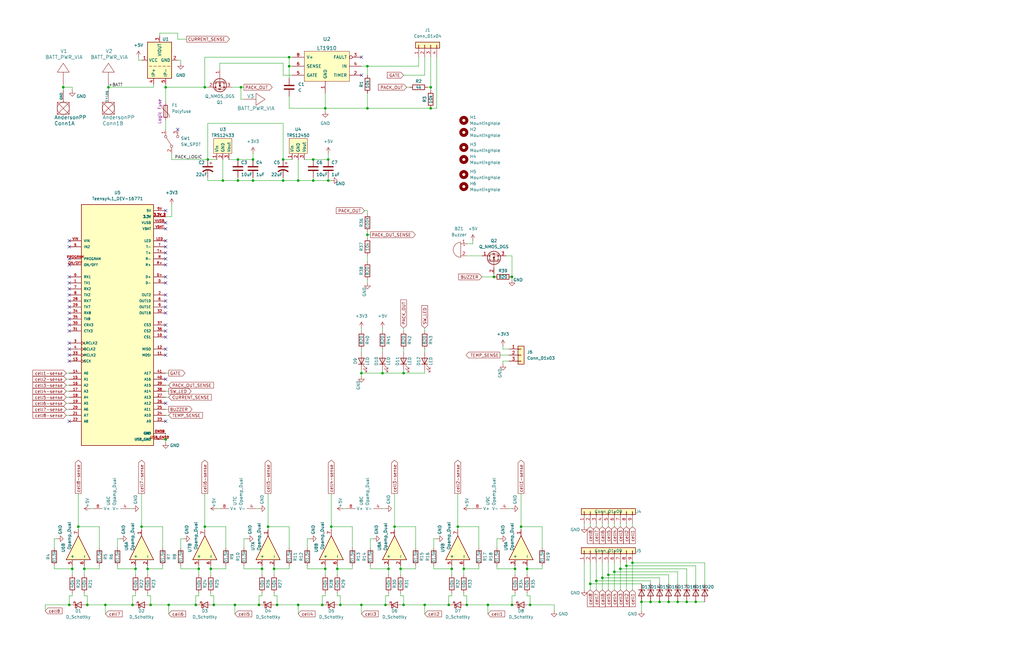
<source format=kicad_sch>
(kicad_sch (version 20211123) (generator eeschema)
  (paper "B")
  (title_block (title "Battery Management System") (rev "3") (company "Mars Rover Design Team") (comment 1 "Maxwell Ryan"))
  (junction (at 87.63 67.31))
  (junction (at 90.17 255.27))
  (junction (at 26.67 36.83))
  (junction (at 35.56 240.03))
  (junction (at 152.4 157.48))
  (junction (at 93.98 76.2))
  (junction (at 33.02 222.25))
  (junction (at 121.92 27.94))
  (junction (at 293.37 254))
  (junction (at 285.75 254))
  (junction (at 274.32 254))
  (junction (at 154.94 45.72))
  (junction (at 106.68 67.31))
  (junction (at 69.85 185.42))
  (junction (at 266.7 237.49))
  (junction (at 170.18 255.27))
  (junction (at 195.58 240.03))
  (junction (at 30.48 240.03))
  (junction (at 223.52 255.27))
  (junction (at 154.94 99.06))
  (junction (at 135.89 255.27))
  (junction (at 215.9 116.84))
  (junction (at 196.85 255.27))
  (junction (at 170.18 157.48))
  (junction (at 62.23 240.03))
  (junction (at 115.57 240.03))
  (junction (at 36.83 255.27))
  (junction (at 99.06 255.27))
  (junction (at 254 243.84))
  (junction (at 137.16 45.72))
  (junction (at 138.43 76.2))
  (junction (at 193.04 222.25))
  (junction (at 256.54 242.57))
  (junction (at 119.38 67.31))
  (junction (at 137.16 240.03))
  (junction (at 125.73 76.2))
  (junction (at 132.08 67.31))
  (junction (at 166.37 222.25))
  (junction (at 82.55 255.27))
  (junction (at 125.73 255.27))
  (junction (at 205.74 255.27))
  (junction (at 106.68 76.2))
  (junction (at 259.08 241.3))
  (junction (at 119.38 76.2))
  (junction (at 57.15 240.03))
  (junction (at 281.94 254))
  (junction (at 132.08 76.2))
  (junction (at 261.62 240.03))
  (junction (at 217.17 240.03))
  (junction (at 219.71 222.25))
  (junction (at 142.24 240.03))
  (junction (at 44.45 255.27))
  (junction (at 179.07 255.27))
  (junction (at 116.84 255.27))
  (junction (at 248.92 246.38))
  (junction (at 113.03 222.25))
  (junction (at 162.56 255.27))
  (junction (at 86.36 222.25))
  (junction (at 208.28 116.84))
  (junction (at 251.46 245.11))
  (junction (at 152.4 255.27))
  (junction (at 264.16 238.76))
  (junction (at 181.61 45.72))
  (junction (at 139.7 222.25))
  (junction (at 100.33 67.31))
  (junction (at 69.85 36.83))
  (junction (at 86.36 36.83))
  (junction (at 215.9 255.27))
  (junction (at 121.92 24.13))
  (junction (at 270.51 254))
  (junction (at 163.83 240.03))
  (junction (at 59.69 222.25))
  (junction (at 45.72 36.83))
  (junction (at 190.5 240.03))
  (junction (at 222.25 240.03))
  (junction (at 71.12 255.27))
  (junction (at 88.9 240.03))
  (junction (at 110.49 240.03))
  (junction (at 181.61 36.83))
  (junction (at 161.29 157.48))
  (junction (at 63.5 255.27))
  (junction (at 83.82 240.03))
  (junction (at 143.51 255.27))
  (junction (at 278.13 254))
  (junction (at 138.43 67.31))
  (junction (at 168.91 240.03))
  (junction (at 101.6 36.83))
  (junction (at 109.22 255.27))
  (junction (at 289.56 254))
  (junction (at 100.33 76.2))
  (junction (at 189.23 255.27))
  (junction (at 55.88 255.27))
  (junction (at 29.21 255.27))
  (junction (at 154.94 27.94))
  (no_connect (at 74.93 54.61))
  (no_connect (at 69.85 88.9))
  (no_connect (at 69.85 106.68))
  (no_connect (at 69.85 109.22))
  (no_connect (at 69.85 111.76))
  (no_connect (at 69.85 116.84))
  (no_connect (at 69.85 93.98))
  (no_connect (at 69.85 96.52))
  (no_connect (at 69.85 101.6))
  (no_connect (at 69.85 104.14))
  (no_connect (at 69.85 119.38))
  (no_connect (at 69.85 124.46))
  (no_connect (at 69.85 127))
  (no_connect (at 69.85 129.54))
  (no_connect (at 69.85 132.08))
  (no_connect (at 69.85 147.32))
  (no_connect (at 69.85 149.86))
  (no_connect (at 69.85 160.02))
  (no_connect (at 29.21 132.08))
  (no_connect (at 29.21 129.54))
  (no_connect (at 29.21 127))
  (no_connect (at 29.21 124.46))
  (no_connect (at 29.21 121.92))
  (no_connect (at 29.21 119.38))
  (no_connect (at 29.21 116.84))
  (no_connect (at 29.21 111.76))
  (no_connect (at 29.21 177.8))
  (no_connect (at 69.85 177.8))
  (no_connect (at 29.21 152.4))
  (no_connect (at 29.21 149.86))
  (no_connect (at 29.21 147.32))
  (no_connect (at 29.21 144.78))
  (no_connect (at 29.21 139.7))
  (no_connect (at 29.21 137.16))
  (no_connect (at 29.21 134.62))
  (no_connect (at 69.85 142.24))
  (no_connect (at 69.85 139.7))
  (no_connect (at 69.85 137.16))
  (no_connect (at 29.21 109.22))
  (no_connect (at 29.21 104.14))
  (no_connect (at 29.21 101.6))
  (no_connect (at 152.4 31.75))
  (no_connect (at 152.4 24.13))
  (no_connect (at 69.85 170.18))
  (wire (pts (xy 110.49 251.46) (xy 109.22 251.46)))
  (wire (pts (xy 132.08 76.2) (xy 125.73 76.2)))
  (wire (pts (xy 132.08 67.31) (xy 138.43 67.31)))
  (wire (pts (xy 256.54 242.57) (xy 281.94 242.57)))
  (wire (pts (xy 261.62 220.98) (xy 261.62 222.25)))
  (wire (pts (xy 170.18 157.48) (xy 179.07 157.48)))
  (wire (pts (xy 179.07 31.75) (xy 170.18 31.75)))
  (wire (pts (xy 209.55 240.03) (xy 217.17 240.03)))
  (wire (pts (xy 201.93 222.25) (xy 193.04 222.25)))
  (wire (pts (xy 74.93 13.97) (xy 74.93 16.51)))
  (wire (pts (xy 125.73 255.27) (xy 125.73 259.08)))
  (wire (pts (xy 251.46 245.11) (xy 251.46 248.92)))
  (wire (pts (xy 69.85 91.44) (xy 72.39 91.44)))
  (wire (pts (xy 58.42 24.13) (xy 58.42 25.4)))
  (wire (pts (xy 76.2 227.33) (xy 77.47 227.33)))
  (wire (pts (xy 30.48 251.46) (xy 29.21 251.46)))
  (wire (pts (xy 289.56 254) (xy 285.75 254)))
  (wire (pts (xy 62.23 240.03) (xy 62.23 238.76)))
  (wire (pts (xy 41.91 222.25) (xy 33.02 222.25)))
  (wire (pts (xy 113.03 208.28) (xy 113.03 222.25)))
  (wire (pts (xy 264.16 237.49) (xy 264.16 238.76)))
  (wire (pts (xy 87.63 76.2) (xy 87.63 74.93)))
  (wire (pts (xy 115.57 240.03) (xy 115.57 238.76)))
  (wire (pts (xy 54.61 214.63) (xy 55.88 214.63)))
  (wire (pts (xy 170.18 147.32) (xy 170.18 148.59)))
  (wire (pts (xy 261.62 240.03) (xy 289.56 240.03)))
  (wire (pts (xy 92.71 26.67) (xy 92.71 29.21)))
  (wire (pts (xy 195.58 242.57) (xy 195.58 240.03)))
  (wire (pts (xy 62.23 251.46) (xy 63.5 251.46)))
  (wire (pts (xy 68.58 240.03) (xy 62.23 240.03)))
  (wire (pts (xy 106.68 76.2) (xy 100.33 76.2)))
  (wire (pts (xy 223.52 251.46) (xy 223.52 255.27)))
  (wire (pts (xy 175.26 222.25) (xy 166.37 222.25)))
  (wire (pts (xy 45.72 36.83) (xy 45.72 38.1)))
  (wire (pts (xy 119.38 26.67) (xy 92.71 26.67)))
  (wire (pts (xy 152.4 138.43) (xy 152.4 139.7)))
  (wire (pts (xy 137.16 45.72) (xy 154.94 45.72)))
  (wire (pts (xy 156.21 240.03) (xy 163.83 240.03)))
  (wire (pts (xy 90.17 251.46) (xy 90.17 255.27)))
  (wire (pts (xy 102.87 240.03) (xy 110.49 240.03)))
  (wire (pts (xy 57.15 250.19) (xy 57.15 251.46)))
  (wire (pts (xy 62.23 250.19) (xy 62.23 251.46)))
  (wire (pts (xy 125.73 67.31) (xy 125.73 76.2)))
  (wire (pts (xy 119.38 31.75) (xy 119.38 26.67)))
  (wire (pts (xy 83.82 251.46) (xy 82.55 251.46)))
  (wire (pts (xy 148.59 231.14) (xy 148.59 222.25)))
  (wire (pts (xy 33.02 222.25) (xy 33.02 223.52)))
  (wire (pts (xy 26.67 36.83) (xy 26.67 38.1)))
  (wire (pts (xy 195.58 250.19) (xy 195.58 251.46)))
  (wire (pts (xy 248.92 220.98) (xy 248.92 222.25)))
  (wire (pts (xy 44.45 255.27) (xy 44.45 259.08)))
  (wire (pts (xy 125.73 76.2) (xy 119.38 76.2)))
  (wire (pts (xy 163.83 251.46) (xy 162.56 251.46)))
  (wire (pts (xy 137.16 45.72) (xy 137.16 46.99)))
  (wire (pts (xy 144.78 214.63) (xy 146.05 214.63)))
  (wire (pts (xy 93.98 76.2) (xy 87.63 76.2)))
  (wire (pts (xy 148.59 222.25) (xy 139.7 222.25)))
  (wire (pts (xy 95.25 238.76) (xy 95.25 240.03)))
  (wire (pts (xy 154.94 99.06) (xy 154.94 100.33)))
  (wire (pts (xy 69.85 35.56) (xy 69.85 36.83)))
  (wire (pts (xy 69.85 50.8) (xy 69.85 54.61)))
  (wire (pts (xy 119.38 52.07) (xy 87.63 52.07)))
  (wire (pts (xy 163.83 242.57) (xy 163.83 240.03)))
  (wire (pts (xy 152.4 156.21) (xy 152.4 157.48)))
  (wire (pts (xy 129.54 240.03) (xy 137.16 240.03)))
  (wire (pts (xy 86.36 208.28) (xy 86.36 222.25)))
  (wire (pts (xy 176.53 24.13) (xy 176.53 27.94)))
  (wire (pts (xy 69.85 162.56) (xy 71.12 162.56)))
  (wire (pts (xy 123.19 27.94) (xy 121.92 27.94)))
  (wire (pts (xy 121.92 222.25) (xy 113.03 222.25)))
  (wire (pts (xy 86.36 36.83) (xy 86.36 24.13)))
  (wire (pts (xy 162.56 251.46) (xy 162.56 255.27)))
  (wire (pts (xy 107.95 214.63) (xy 109.22 214.63)))
  (wire (pts (xy 62.23 242.57) (xy 62.23 240.03)))
  (wire (pts (xy 274.32 246.38) (xy 274.32 245.11)))
  (wire (pts (xy 293.37 254) (xy 289.56 254)))
  (wire (pts (xy 68.58 222.25) (xy 59.69 222.25)))
  (wire (pts (xy 69.85 167.64) (xy 71.12 167.64)))
  (wire (pts (xy 184.15 24.13) (xy 184.15 45.72)))
  (wire (pts (xy 251.46 220.98) (xy 251.46 222.25)))
  (wire (pts (xy 19.05 255.27) (xy 29.21 255.27)))
  (wire (pts (xy 264.16 238.76) (xy 293.37 238.76)))
  (wire (pts (xy 27.94 162.56) (xy 29.21 162.56)))
  (wire (pts (xy 196.85 251.46) (xy 196.85 255.27)))
  (wire (pts (xy 293.37 238.76) (xy 293.37 246.38)))
  (wire (pts (xy 161.29 214.63) (xy 162.56 214.63)))
  (wire (pts (xy 201.93 231.14) (xy 201.93 222.25)))
  (wire (pts (xy 175.26 240.03) (xy 168.91 240.03)))
  (wire (pts (xy 278.13 254) (xy 274.32 254)))
  (wire (pts (xy 69.85 36.83) (xy 69.85 43.18)))
  (wire (pts (xy 175.26 231.14) (xy 175.26 222.25)))
  (wire (pts (xy 109.22 255.27) (xy 99.06 255.27)))
  (wire (pts (xy 161.29 156.21) (xy 161.29 157.48)))
  (wire (pts (xy 22.86 227.33) (xy 24.13 227.33)))
  (wire (pts (xy 138.43 74.93) (xy 138.43 76.2)))
  (wire (pts (xy 219.71 208.28) (xy 219.71 222.25)))
  (wire (pts (xy 35.56 242.57) (xy 35.56 240.03)))
  (wire (pts (xy 83.82 242.57) (xy 83.82 240.03)))
  (wire (pts (xy 264.16 220.98) (xy 264.16 222.25)))
  (wire (pts (xy 248.92 246.38) (xy 270.51 246.38)))
  (wire (pts (xy 248.92 237.49) (xy 248.92 246.38)))
  (wire (pts (xy 30.48 38.1) (xy 30.48 36.83)))
  (wire (pts (xy 212.09 147.32) (xy 212.09 146.05)))
  (wire (pts (xy 217.17 240.03) (xy 217.17 238.76)))
  (wire (pts (xy 214.63 147.32) (xy 212.09 147.32)))
  (wire (pts (xy 254 243.84) (xy 278.13 243.84)))
  (wire (pts (xy 96.52 67.31) (xy 100.33 67.31)))
  (wire (pts (xy 217.17 250.19) (xy 217.17 251.46)))
  (wire (pts (xy 246.38 237.49) (xy 246.38 248.92)))
  (wire (pts (xy 256.54 220.98) (xy 256.54 222.25)))
  (wire (pts (xy 121.92 231.14) (xy 121.92 222.25)))
  (wire (pts (xy 214.63 214.63) (xy 215.9 214.63)))
  (wire (pts (xy 154.94 99.06) (xy 156.21 99.06)))
  (wire (pts (xy 74.93 16.51) (xy 78.74 16.51)))
  (wire (pts (xy 109.22 251.46) (xy 109.22 255.27)))
  (wire (pts (xy 27.94 172.72) (xy 29.21 172.72)))
  (wire (pts (xy 196.85 102.87) (xy 199.39 102.87)))
  (wire (pts (xy 110.49 242.57) (xy 110.49 240.03)))
  (wire (pts (xy 246.38 220.98) (xy 246.38 222.25)))
  (wire (pts (xy 49.53 240.03) (xy 57.15 240.03)))
  (wire (pts (xy 179.07 255.27) (xy 170.18 255.27)))
  (wire (pts (xy 100.33 74.93) (xy 100.33 76.2)))
  (wire (pts (xy 198.12 214.63) (xy 199.39 214.63)))
  (wire (pts (xy 102.87 41.91) (xy 101.6 41.91)))
  (wire (pts (xy 215.9 116.84) (xy 215.9 118.11)))
  (wire (pts (xy 22.86 238.76) (xy 22.86 240.03)))
  (wire (pts (xy 67.31 13.97) (xy 74.93 13.97)))
  (wire (pts (xy 219.71 222.25) (xy 219.71 223.52)))
  (wire (pts (xy 190.5 240.03) (xy 190.5 238.76)))
  (wire (pts (xy 100.33 76.2) (xy 93.98 76.2)))
  (wire (pts (xy 148.59 240.03) (xy 142.24 240.03)))
  (wire (pts (xy 270.51 254) (xy 270.51 257.81)))
  (wire (pts (xy 121.92 27.94) (xy 121.92 24.13)))
  (wire (pts (xy 156.21 227.33) (xy 157.48 227.33)))
  (wire (pts (xy 297.18 254) (xy 293.37 254)))
  (wire (pts (xy 168.91 240.03) (xy 168.91 238.76)))
  (wire (pts (xy 139.7 76.2) (xy 138.43 76.2)))
  (wire (pts (xy 208.28 116.84) (xy 208.28 115.57)))
  (wire (pts (xy 254 220.98) (xy 254 222.25)))
  (wire (pts (xy 161.29 157.48) (xy 170.18 157.48)))
  (wire (pts (xy 63.5 251.46) (xy 63.5 255.27)))
  (wire (pts (xy 154.94 27.94) (xy 176.53 27.94)))
  (wire (pts (xy 154.94 39.37) (xy 154.94 45.72)))
  (wire (pts (xy 27.94 157.48) (xy 29.21 157.48)))
  (wire (pts (xy 196.85 107.95) (xy 203.2 107.95)))
  (wire (pts (xy 142.24 251.46) (xy 143.51 251.46)))
  (wire (pts (xy 190.5 251.46) (xy 189.23 251.46)))
  (wire (pts (xy 161.29 138.43) (xy 161.29 139.7)))
  (wire (pts (xy 152.4 157.48) (xy 152.4 158.75)))
  (wire (pts (xy 189.23 251.46) (xy 189.23 255.27)))
  (wire (pts (xy 233.68 257.81) (xy 233.68 255.27)))
  (wire (pts (xy 88.9 250.19) (xy 88.9 251.46)))
  (wire (pts (xy 76.2 238.76) (xy 76.2 240.03)))
  (wire (pts (xy 35.56 250.19) (xy 35.56 251.46)))
  (wire (pts (xy 179.07 24.13) (xy 179.07 31.75)))
  (wire (pts (xy 266.7 237.49) (xy 266.7 248.92)))
  (wire (pts (xy 121.92 45.72) (xy 137.16 45.72)))
  (wire (pts (xy 163.83 250.19) (xy 163.83 251.46)))
  (wire (pts (xy 148.59 238.76) (xy 148.59 240.03)))
  (wire (pts (xy 30.48 36.83) (xy 26.67 36.83)))
  (wire (pts (xy 36.83 251.46) (xy 36.83 255.27)))
  (wire (pts (xy 95.25 231.14) (xy 95.25 222.25)))
  (wire (pts (xy 154.94 97.79) (xy 154.94 99.06)))
  (wire (pts (xy 87.63 67.31) (xy 91.44 67.31)))
  (wire (pts (xy 99.06 255.27) (xy 99.06 259.08)))
  (wire (pts (xy 213.36 107.95) (xy 215.9 107.95)))
  (wire (pts (xy 254 243.84) (xy 254 248.92)))
  (wire (pts (xy 129.54 227.33) (xy 130.81 227.33)))
  (wire (pts (xy 86.36 24.13) (xy 121.92 24.13)))
  (wire (pts (xy 264.16 238.76) (xy 264.16 248.92)))
  (wire (pts (xy 29.21 251.46) (xy 29.21 255.27)))
  (wire (pts (xy 201.93 240.03) (xy 195.58 240.03)))
  (wire (pts (xy 215.9 255.27) (xy 205.74 255.27)))
  (wire (pts (xy 110.49 240.03) (xy 110.49 238.76)))
  (wire (pts (xy 115.57 251.46) (xy 116.84 251.46)))
  (wire (pts (xy 199.39 102.87) (xy 199.39 101.6)))
  (wire (pts (xy 72.39 67.31) (xy 87.63 67.31)))
  (wire (pts (xy 64.77 35.56) (xy 64.77 36.83)))
  (wire (pts (xy 55.88 255.27) (xy 44.45 255.27)))
  (wire (pts (xy 182.88 227.33) (xy 184.15 227.33)))
  (wire (pts (xy 30.48 240.03) (xy 30.48 238.76)))
  (wire (pts (xy 278.13 246.38) (xy 278.13 243.84)))
  (wire (pts (xy 59.69 208.28) (xy 59.69 222.25)))
  (wire (pts (xy 22.86 240.03) (xy 30.48 240.03)))
  (wire (pts (xy 228.6 240.03) (xy 222.25 240.03)))
  (wire (pts (xy 27.94 167.64) (xy 29.21 167.64)))
  (wire (pts (xy 35.56 251.46) (xy 36.83 251.46)))
  (wire (pts (xy 101.6 36.83) (xy 102.87 36.83)))
  (wire (pts (xy 116.84 251.46) (xy 116.84 255.27)))
  (wire (pts (xy 106.68 64.77) (xy 106.68 67.31)))
  (wire (pts (xy 285.75 254) (xy 281.94 254)))
  (wire (pts (xy 259.08 237.49) (xy 259.08 241.3)))
  (wire (pts (xy 132.08 74.93) (xy 132.08 76.2)))
  (wire (pts (xy 59.69 222.25) (xy 59.69 223.52)))
  (wire (pts (xy 179.07 156.21) (xy 179.07 157.48)))
  (wire (pts (xy 170.18 251.46) (xy 170.18 255.27)))
  (wire (pts (xy 72.39 86.36) (xy 72.39 91.44)))
  (wire (pts (xy 209.55 238.76) (xy 209.55 240.03)))
  (wire (pts (xy 69.85 172.72) (xy 71.12 172.72)))
  (wire (pts (xy 181.61 36.83) (xy 180.34 36.83)))
  (wire (pts (xy 142.24 242.57) (xy 142.24 240.03)))
  (wire (pts (xy 76.2 25.4) (xy 74.93 25.4)))
  (wire (pts (xy 193.04 208.28) (xy 193.04 222.25)))
  (wire (pts (xy 251.46 237.49) (xy 251.46 245.11)))
  (wire (pts (xy 106.68 76.2) (xy 119.38 76.2)))
  (wire (pts (xy 33.02 208.28) (xy 33.02 222.25)))
  (wire (pts (xy 119.38 67.31) (xy 123.19 67.31)))
  (wire (pts (xy 87.63 36.83) (xy 86.36 36.83)))
  (wire (pts (xy 41.91 238.76) (xy 41.91 240.03)))
  (wire (pts (xy 69.85 165.1) (xy 71.12 165.1)))
  (wire (pts (xy 212.09 152.4) (xy 214.63 152.4)))
  (wire (pts (xy 142.24 250.19) (xy 142.24 251.46)))
  (wire (pts (xy 69.85 185.42) (xy 69.85 186.69)))
  (wire (pts (xy 156.21 238.76) (xy 156.21 240.03)))
  (wire (pts (xy 76.2 26.67) (xy 76.2 25.4)))
  (wire (pts (xy 163.83 240.03) (xy 163.83 238.76)))
  (wire (pts (xy 205.74 255.27) (xy 196.85 255.27)))
  (wire (pts (xy 137.16 250.19) (xy 137.16 251.46)))
  (wire (pts (xy 181.61 24.13) (xy 181.61 36.83)))
  (wire (pts (xy 195.58 240.03) (xy 195.58 238.76)))
  (wire (pts (xy 181.61 36.83) (xy 181.61 38.1)))
  (wire (pts (xy 49.53 238.76) (xy 49.53 240.03)))
  (wire (pts (xy 102.87 227.33) (xy 104.14 227.33)))
  (wire (pts (xy 115.57 242.57) (xy 115.57 240.03)))
  (wire (pts (xy 88.9 240.03) (xy 88.9 238.76)))
  (wire (pts (xy 35.56 240.03) (xy 35.56 238.76)))
  (wire (pts (xy 248.92 246.38) (xy 248.92 248.92)))
  (wire (pts (xy 228.6 231.14) (xy 228.6 222.25)))
  (wire (pts (xy 152.4 255.27) (xy 152.4 259.08)))
  (wire (pts (xy 82.55 251.46) (xy 82.55 255.27)))
  (wire (pts (xy 71.12 255.27) (xy 71.12 259.08)))
  (wire (pts (xy 153.67 88.9) (xy 154.94 88.9)))
  (wire (pts (xy 91.44 214.63) (xy 92.71 214.63)))
  (wire (pts (xy 45.72 35.56) (xy 45.72 36.83)))
  (wire (pts (xy 179.07 147.32) (xy 179.07 148.59)))
  (wire (pts (xy 100.33 67.31) (xy 106.68 67.31)))
  (wire (pts (xy 175.26 238.76) (xy 175.26 240.03)))
  (wire (pts (xy 99.06 255.27) (xy 90.17 255.27)))
  (wire (pts (xy 88.9 251.46) (xy 90.17 251.46)))
  (wire (pts (xy 154.94 118.11) (xy 154.94 119.38)))
  (wire (pts (xy 168.91 250.19) (xy 168.91 251.46)))
  (wire (pts (xy 41.91 240.03) (xy 35.56 240.03)))
  (wire (pts (xy 228.6 238.76) (xy 228.6 240.03)))
  (wire (pts (xy 184.15 45.72) (xy 181.61 45.72)))
  (wire (pts (xy 190.5 250.19) (xy 190.5 251.46)))
  (wire (pts (xy 68.58 238.76) (xy 68.58 240.03)))
  (wire (pts (xy 68.58 231.14) (xy 68.58 222.25)))
  (wire (pts (xy 154.94 88.9) (xy 154.94 90.17)))
  (wire (pts (xy 115.57 250.19) (xy 115.57 251.46)))
  (wire (pts (xy 121.92 27.94) (xy 121.92 33.02)))
  (wire (pts (xy 44.45 255.27) (xy 36.83 255.27)))
  (wire (pts (xy 193.04 222.25) (xy 193.04 223.52)))
  (wire (pts (xy 143.51 251.46) (xy 143.51 255.27)))
  (wire (pts (xy 161.29 147.32) (xy 161.29 148.59)))
  (wire (pts (xy 83.82 250.19) (xy 83.82 251.46)))
  (wire (pts (xy 45.72 36.83) (xy 64.77 36.83)))
  (wire (pts (xy 69.85 182.88) (xy 69.85 185.42)))
  (wire (pts (xy 212.09 153.67) (xy 212.09 152.4)))
  (wire (pts (xy 71.12 255.27) (xy 63.5 255.27)))
  (wire (pts (xy 168.91 251.46) (xy 170.18 251.46)))
  (wire (pts (xy 254 237.49) (xy 254 243.84)))
  (wire (pts (xy 190.5 242.57) (xy 190.5 240.03)))
  (wire (pts (xy 201.93 238.76) (xy 201.93 240.03)))
  (wire (pts (xy 152.4 255.27) (xy 143.51 255.27)))
  (wire (pts (xy 228.6 222.25) (xy 219.71 222.25)))
  (wire (pts (xy 266.7 220.98) (xy 266.7 222.25)))
  (wire (pts (xy 87.63 52.07) (xy 87.63 67.31)))
  (wire (pts (xy 121.92 24.13) (xy 123.19 24.13)))
  (wire (pts (xy 27.94 160.02) (xy 29.21 160.02)))
  (wire (pts (xy 166.37 222.25) (xy 166.37 223.52)))
  (wire (pts (xy 101.6 36.83) (xy 101.6 41.91)))
  (wire (pts (xy 170.18 138.43) (xy 170.18 139.7)))
  (wire (pts (xy 217.17 251.46) (xy 215.9 251.46)))
  (wire (pts (xy 41.91 231.14) (xy 41.91 222.25)))
  (wire (pts (xy 139.7 208.28) (xy 139.7 222.25)))
  (wire (pts (xy 259.08 241.3) (xy 285.75 241.3)))
  (wire (pts (xy 182.88 240.03) (xy 190.5 240.03)))
  (wire (pts (xy 137.16 251.46) (xy 135.89 251.46)))
  (wire (pts (xy 152.4 147.32) (xy 152.4 148.59)))
  (wire (pts (xy 203.2 116.84) (xy 208.28 116.84)))
  (wire (pts (xy 88.9 242.57) (xy 88.9 240.03)))
  (wire (pts (xy 154.94 107.95) (xy 154.94 110.49)))
  (wire (pts (xy 26.67 35.56) (xy 26.67 36.83)))
  (wire (pts (xy 19.05 257.81) (xy 19.05 255.27)))
  (wire (pts (xy 106.68 74.93) (xy 106.68 76.2)))
  (wire (pts (xy 137.16 39.37) (xy 137.16 45.72)))
  (wire (pts (xy 261.62 237.49) (xy 261.62 240.03)))
  (wire (pts (xy 195.58 251.46) (xy 196.85 251.46)))
  (wire (pts (xy 209.55 231.14) (xy 209.55 227.33)))
  (wire (pts (xy 179.07 138.43) (xy 179.07 139.7)))
  (wire (pts (xy 135.89 255.27) (xy 125.73 255.27)))
  (wire (pts (xy 119.38 67.31) (xy 119.38 52.07)))
  (wire (pts (xy 102.87 238.76) (xy 102.87 240.03)))
  (wire (pts (xy 86.36 222.25) (xy 86.36 223.52)))
  (wire (pts (xy 256.54 242.57) (xy 256.54 248.92)))
  (wire (pts (xy 162.56 255.27) (xy 152.4 255.27)))
  (wire (pts (xy 135.89 251.46) (xy 135.89 255.27)))
  (wire (pts (xy 170.18 156.21) (xy 170.18 157.48)))
  (wire (pts (xy 189.23 255.27) (xy 179.07 255.27)))
  (wire (pts (xy 38.1 214.63) (xy 39.37 214.63)))
  (wire (pts (xy 113.03 222.25) (xy 113.03 223.52)))
  (wire (pts (xy 59.69 25.4) (xy 58.42 25.4)))
  (wire (pts (xy 152.4 157.48) (xy 161.29 157.48)))
  (wire (pts (xy 297.18 237.49) (xy 297.18 246.38)))
  (wire (pts (xy 27.94 170.18) (xy 29.21 170.18)))
  (wire (pts (xy 259.08 241.3) (xy 259.08 248.92)))
  (wire (pts (xy 285.75 241.3) (xy 285.75 246.38)))
  (wire (pts (xy 67.31 15.24) (xy 67.31 13.97)))
  (wire (pts (xy 215.9 251.46) (xy 215.9 255.27)))
  (wire (pts (xy 156.21 231.14) (xy 156.21 227.33)))
  (wire (pts (xy 154.94 27.94) (xy 154.94 31.75)))
  (wire (pts (xy 281.94 254) (xy 278.13 254)))
  (wire (pts (xy 215.9 107.95) (xy 215.9 116.84)))
  (wire (pts (xy 217.17 242.57) (xy 217.17 240.03)))
  (wire (pts (xy 82.55 255.27) (xy 71.12 255.27)))
  (wire (pts (xy 110.49 250.19) (xy 110.49 251.46)))
  (wire (pts (xy 93.98 67.31) (xy 93.98 76.2)))
  (wire (pts (xy 138.43 64.77) (xy 138.43 67.31)))
  (wire (pts (xy 57.15 240.03) (xy 57.15 238.76)))
  (wire (pts (xy 256.54 237.49) (xy 256.54 242.57)))
  (wire (pts (xy 179.07 255.27) (xy 179.07 259.08)))
  (wire (pts (xy 154.94 45.72) (xy 181.61 45.72)))
  (wire (pts (xy 57.15 251.46) (xy 55.88 251.46)))
  (wire (pts (xy 209.55 227.33) (xy 210.82 227.33)))
  (wire (pts (xy 69.85 157.48) (xy 71.12 157.48)))
  (wire (pts (xy 76.2 240.03) (xy 83.82 240.03)))
  (wire (pts (xy 261.62 240.03) (xy 261.62 248.92)))
  (wire (pts (xy 95.25 222.25) (xy 86.36 222.25)))
  (wire (pts (xy 139.7 222.25) (xy 139.7 223.52)))
  (wire (pts (xy 27.94 165.1) (xy 29.21 165.1)))
  (wire (pts (xy 30.48 242.57) (xy 30.48 240.03)))
  (wire (pts (xy 129.54 231.14) (xy 129.54 227.33)))
  (wire (pts (xy 222.25 250.19) (xy 222.25 251.46)))
  (wire (pts (xy 121.92 240.03) (xy 115.57 240.03)))
  (wire (pts (xy 102.87 231.14) (xy 102.87 227.33)))
  (wire (pts (xy 72.39 64.77) (xy 72.39 67.31)))
  (wire (pts (xy 137.16 240.03) (xy 137.16 238.76)))
  (wire (pts (xy 171.45 36.83) (xy 172.72 36.83)))
  (wire (pts (xy 121.92 40.64) (xy 121.92 45.72)))
  (wire (pts (xy 27.94 175.26) (xy 29.21 175.26)))
  (wire (pts (xy 138.43 76.2) (xy 132.08 76.2)))
  (wire (pts (xy 128.27 67.31) (xy 132.08 67.31)))
  (wire (pts (xy 222.25 251.46) (xy 223.52 251.46)))
  (wire (pts (xy 152.4 27.94) (xy 154.94 27.94)))
  (wire (pts (xy 182.88 231.14) (xy 182.88 227.33)))
  (wire (pts (xy 137.16 242.57) (xy 137.16 240.03)))
  (wire (pts (xy 210.82 149.86) (xy 214.63 149.86)))
  (wire (pts (xy 270.51 254) (xy 274.32 254)))
  (wire (pts (xy 251.46 245.11) (xy 274.32 245.11)))
  (wire (pts (xy 233.68 255.27) (xy 223.52 255.27)))
  (wire (pts (xy 281.94 242.57) (xy 281.94 246.38)))
  (wire (pts (xy 168.91 242.57) (xy 168.91 240.03)))
  (wire (pts (xy 121.92 238.76) (xy 121.92 240.03)))
  (wire (pts (xy 49.53 231.14) (xy 49.53 227.33)))
  (wire (pts (xy 182.88 238.76) (xy 182.88 240.03)))
  (wire (pts (xy 289.56 240.03) (xy 289.56 246.38)))
  (wire (pts (xy 125.73 255.27) (xy 116.84 255.27)))
  (wire (pts (xy 205.74 255.27) (xy 205.74 259.08)))
  (wire (pts (xy 123.19 31.75) (xy 119.38 31.75)))
  (wire (pts (xy 76.2 231.14) (xy 76.2 227.33)))
  (wire (pts (xy 83.82 240.03) (xy 83.82 238.76)))
  (wire (pts (xy 49.53 227.33) (xy 50.8 227.33)))
  (wire (pts (xy 142.24 240.03) (xy 142.24 238.76)))
  (wire (pts (xy 222.25 242.57) (xy 222.25 240.03)))
  (wire (pts (xy 129.54 238.76) (xy 129.54 240.03)))
  (wire (pts (xy 119.38 76.2) (xy 119.38 74.93)))
  (wire (pts (xy 55.88 251.46) (xy 55.88 255.27)))
  (wire (pts (xy 259.08 220.98) (xy 259.08 222.25)))
  (wire (pts (xy 22.86 231.14) (xy 22.86 227.33)))
  (wire (pts (xy 69.85 175.26) (xy 71.12 175.26)))
  (wire (pts (xy 166.37 208.28) (xy 166.37 222.25)))
  (wire (pts (xy 222.25 240.03) (xy 222.25 238.76)))
  (wire (pts (xy 266.7 237.49) (xy 297.18 237.49)))
  (wire (pts (xy 97.79 36.83) (xy 101.6 36.83)))
  (wire (pts (xy 95.25 240.03) (xy 88.9 240.03)))
  (wire (pts (xy 30.48 250.19) (xy 30.48 251.46)))
  (wire (pts (xy 57.15 242.57) (xy 57.15 240.03)))
  (wire (pts (xy 69.85 36.83) (xy 86.36 36.83)))
  (label "PACK_LOGIC" (at 73.66 67.31 0))
  (label "+BATT" (at 45.72 36.83 0))
  (global_label "cell1" (shape input) (at 266.7 248.92 270) (property "Intersheet References" "${INTERSHEET_REFS}" (effects hide)))
  (global_label "cell2-sense" (shape input) (at 27.94 160.02 180) (property "Intersheet References" "${INTERSHEET_REFS}" (effects hide)))
  (global_label "SW_LED" (shape output) (at 71.12 165.1 0) (property "Intersheet References" "${INTERSHEET_REFS}" (effects hide)))
  (global_label "cell7-sense" (shape input) (at 27.94 172.72 180) (property "Intersheet References" "${INTERSHEET_REFS}" (effects hide)))
  (global_label "cell3" (shape input) (at 261.62 248.92 270) (property "Intersheet References" "${INTERSHEET_REFS}" (effects hide)))
  (global_label "cell3-sense" (shape input) (at 27.94 162.56 180) (property "Intersheet References" "${INTERSHEET_REFS}" (effects hide)))
  (global_label "cell4" (shape input) (at 259.08 222.25 270) (property "Intersheet References" "${INTERSHEET_REFS}" (effects hide)))
  (global_label "cell8" (shape input) (at 248.92 248.92 270) (property "Intersheet References" "${INTERSHEET_REFS}" (effects hide)))
  (global_label "PACK_OUT" (shape output) (at 102.87 36.83 0) (property "Intersheet References" "${INTERSHEET_REFS}" (effects hide)))
  (global_label "cell4" (shape input) (at 125.73 259.08 0) (property "Intersheet References" "${INTERSHEET_REFS}" (effects hide)))
  (global_label "cell2" (shape input) (at 264.16 248.92 270) (property "Intersheet References" "${INTERSHEET_REFS}" (effects hide)))
  (global_label "cell7" (shape input) (at 251.46 248.92 270) (property "Intersheet References" "${INTERSHEET_REFS}" (effects hide)))
  (global_label "cell1-sense" (shape input) (at 27.94 157.48 180) (property "Intersheet References" "${INTERSHEET_REFS}" (effects hide)))
  (global_label "cell6-sense" (shape input) (at 27.94 170.18 180) (property "Intersheet References" "${INTERSHEET_REFS}" (effects hide)))
  (global_label "cell5" (shape input) (at 256.54 248.92 270) (property "Intersheet References" "${INTERSHEET_REFS}" (effects hide)))
  (global_label "cell3" (shape input) (at 152.4 259.08 0) (property "Intersheet References" "${INTERSHEET_REFS}" (effects hide)))
  (global_label "cell5" (shape input) (at 256.54 222.25 270) (property "Intersheet References" "${INTERSHEET_REFS}" (effects hide)))
  (global_label "TEMP_SENSE" (shape output) (at 210.82 149.86 180) (property "Intersheet References" "${INTERSHEET_REFS}" (effects hide)))
  (global_label "cell5" (shape input) (at 99.06 259.08 0) (property "Intersheet References" "${INTERSHEET_REFS}" (effects hide)))
  (global_label "cell5-sense" (shape input) (at 27.94 167.64 180) (property "Intersheet References" "${INTERSHEET_REFS}" (effects hide)))
  (global_label "PACK_OUT" (shape input) (at 153.67 88.9 180) (property "Intersheet References" "${INTERSHEET_REFS}" (effects hide)))
  (global_label "call6" (shape input) (at 254 222.25 270) (property "Intersheet References" "${INTERSHEET_REFS}" (effects hide)))
  (global_label "cell6-sense" (shape output) (at 86.36 208.28 90) (property "Intersheet References" "${INTERSHEET_REFS}" (effects hide)))
  (global_label "GATE" (shape output) (at 71.12 157.48 0) (property "Intersheet References" "${INTERSHEET_REFS}" (effects hide)))
  (global_label "cell7" (shape input) (at 44.45 259.08 0) (property "Intersheet References" "${INTERSHEET_REFS}" (effects hide)))
  (global_label "cell8" (shape input) (at 19.05 257.81 0) (property "Intersheet References" "${INTERSHEET_REFS}" (effects hide)))
  (global_label "cell8-sense" (shape input) (at 27.94 175.26 180) (property "Intersheet References" "${INTERSHEET_REFS}" (effects hide)))
  (global_label "TEMP_SENSE" (shape input) (at 71.12 175.26 0) (property "Intersheet References" "${INTERSHEET_REFS}" (effects hide)))
  (global_label "cell1" (shape input) (at 205.74 259.08 0) (property "Intersheet References" "${INTERSHEET_REFS}" (effects hide)))
  (global_label "CURRENT_SENSE" (shape input) (at 71.12 167.64 0) (property "Intersheet References" "${INTERSHEET_REFS}" (effects hide)))
  (global_label "cell7-sense" (shape output) (at 59.69 208.28 90) (property "Intersheet References" "${INTERSHEET_REFS}" (effects hide)))
  (global_label "BUZZER" (shape output) (at 71.12 172.72 0) (property "Intersheet References" "${INTERSHEET_REFS}" (effects hide)))
  (global_label "cell2-sense" (shape output) (at 193.04 208.28 90) (property "Intersheet References" "${INTERSHEET_REFS}" (effects hide)))
  (global_label "cell4" (shape input) (at 259.08 248.92 270) (property "Intersheet References" "${INTERSHEET_REFS}" (effects hide)))
  (global_label "cell2" (shape input) (at 179.07 259.08 0) (property "Intersheet References" "${INTERSHEET_REFS}" (effects hide)))
  (global_label "PACK_OUT_SENSE" (shape input) (at 71.12 162.56 0) (property "Intersheet References" "${INTERSHEET_REFS}" (effects hide)))
  (global_label "cell3" (shape input) (at 261.62 222.25 270) (property "Intersheet References" "${INTERSHEET_REFS}" (effects hide)))
  (global_label "BUZZER" (shape input) (at 203.2 116.84 180) (property "Intersheet References" "${INTERSHEET_REFS}" (effects hide)))
  (global_label "call6" (shape input) (at 254 248.92 270) (property "Intersheet References" "${INTERSHEET_REFS}" (effects hide)))
  (global_label "GATE" (shape input) (at 170.18 31.75 180) (property "Intersheet References" "${INTERSHEET_REFS}" (effects hide)))
  (global_label "cell4-sense" (shape input) (at 27.94 165.1 180) (property "Intersheet References" "${INTERSHEET_REFS}" (effects hide)))
  (global_label "call6" (shape input) (at 71.12 259.08 0) (property "Intersheet References" "${INTERSHEET_REFS}" (effects hide)))
  (global_label "CURRENT_SENSE" (shape output) (at 78.74 16.51 0) (property "Intersheet References" "${INTERSHEET_REFS}" (effects hide)))
  (global_label "cell5-sense" (shape output) (at 113.03 208.28 90) (property "Intersheet References" "${INTERSHEET_REFS}" (effects hide)))
  (global_label "cell8-sense" (shape output) (at 33.02 208.28 90) (property "Intersheet References" "${INTERSHEET_REFS}" (effects hide)))
  (global_label "cell4-sense" (shape output) (at 139.7 208.28 90) (property "Intersheet References" "${INTERSHEET_REFS}" (effects hide)))
  (global_label "PACK_OUT" (shape input) (at 171.45 36.83 180) (property "Intersheet References" "${INTERSHEET_REFS}" (effects hide)))
  (global_label "cell1-sense" (shape output) (at 219.71 208.28 90) (property "Intersheet References" "${INTERSHEET_REFS}" (effects hide)))
  (global_label "cell8" (shape input) (at 248.92 222.25 270) (property "Intersheet References" "${INTERSHEET_REFS}" (effects hide)))
  (global_label "SW_LED" (shape input) (at 179.07 138.43 90) (property "Intersheet References" "${INTERSHEET_REFS}" (effects hide)))
  (global_label "cell2" (shape input) (at 264.16 222.25 270) (property "Intersheet References" "${INTERSHEET_REFS}" (effects hide)))
  (global_label "PACK_OUT" (shape input) (at 170.18 138.43 90) (property "Intersheet References" "${INTERSHEET_REFS}" (effects hide)))
  (global_label "PACK_OUT_SENSE" (shape output) (at 156.21 99.06 0) (property "Intersheet References" "${INTERSHEET_REFS}" (effects hide)))
  (global_label "cell7" (shape input) (at 251.46 222.25 270) (property "Intersheet References" "${INTERSHEET_REFS}" (effects hide)))
  (global_label "cell1" (shape input) (at 266.7 222.25 270) (property "Intersheet References" "${INTERSHEET_REFS}" (effects hide)))
  (global_label "cell3-sense" (shape output) (at 166.37 208.28 90) (property "Intersheet References" "${INTERSHEET_REFS}" (effects hide)))
  (symbol (lib_id "Mechanical:MountingHole") (at 195.58 73.66 0) (unit 1)
    (property "Reference" "H5" (at 198.12 72.3899 0) (effects (justify left)))
    (property "Value" "MountingHole" (at 198.12 74.9299 0) (effects (justify left)))
    (property "Footprint" "MRDT_Drill_Holes:4_40_Hole" (effects hide))
  )
  (symbol (lib_id "Connector_Generic:Conn_01x09") (at 256.54 215.9 90) (unit 1)
    (property "Reference" "J4" (at 269.24 215.9 90))
    (property "Value" "Conn_01x09" (at 256.54 215.9 90))
    (property "Footprint" "MRDT_Connectors:MOLEX_SL_09_Vertical" (effects hide))
  )
  (symbol (lib_id "power:GND") (at 184.15 227.33 90) (mirror x) (unit 1)
    (property "Reference" "#PWR027" (effects hide))
    (property "Value" "GND" (at 185.42 223.52 0))
  )
  (symbol (lib_id "MRDT_Shields:Teensy4.1_DEV-16771") (at 49.53 137.16 0) (unit 1)
    (property "Reference" "U5" (at 49.53 81.28 0))
    (property "Value" "Teensy4.1_DEV-16771" (at 49.53 83.82 0))
    (property "Footprint" "MRDT_Shields:MODULE_DEV-16771" (effects hide))
    (property "STANDARD" "Manufacturer recommendations" (effects hide))
    (property "MAXIMUM_PACKAGE_HEIGHT" "4.07mm" (effects hide))
    (property "MANUFACTURER" "SparkFun Electronics" (effects hide))
    (property "PARTREV" "4.1" (effects hide))
  )
  (symbol (lib_id "Device:D_Schottky") (at 59.69 255.27 0) (unit 1)
    (property "Reference" "D2" (at 59.69 257.81 0))
    (property "Value" "D_Schottky" (at 59.69 260.35 0))
    (property "Footprint" "Diode_SMD:D_0603_1608Metric_Pad1.05x0.95mm_HandSolder" (effects hide))
  )
  (symbol (lib_id "Device:R") (at 148.59 234.95 180) (unit 1)
    (property "Reference" "R13" (at 151.13 234.95 90))
    (property "Value" "31.5k" (at 148.59 234.95 90))
    (property "Footprint" "Resistor_SMD:R_0603_1608Metric_Pad0.98x0.95mm_HandSolder" (effects hide))
  )
  (symbol (lib_id "Device:R") (at 168.91 246.38 180) (unit 1)
    (property "Reference" "R31" (at 171.45 246.38 90))
    (property "Value" "40k" (at 168.91 246.38 90))
    (property "Footprint" "Resistor_SMD:R_0603_1608Metric_Pad0.98x0.95mm_HandSolder" (effects hide))
  )
  (symbol (lib_id "Switch:SW_SPDT") (at 72.39 59.69 90) (unit 1)
    (property "Reference" "SW1" (at 76.2 58.4199 90) (effects (justify right)))
    (property "Value" "SW_SPDT" (at 76.2 60.9599 90) (effects (justify right)))
    (property "Footprint" "MRDT_Connectors:MOLEX_SL_03_Horizontal" (effects hide))
  )
  (symbol (lib_id "power:+3.3V") (at 152.4 138.43 0) (unit 1)
    (property "Reference" "#PWR036" (effects hide))
    (property "Value" "+3.3V" (at 152.4 133.35 0))
  )
  (symbol (lib_id "power:+5V") (at 58.42 24.13 0) (mirror y) (unit 1)
    (property "Reference" "#PWR01" (effects hide))
    (property "Value" "+5V" (at 58.42 19.05 0))
  )
  (symbol (lib_id "power:GND") (at 246.38 248.92 0) (unit 1)
    (property "Reference" "#PWR029" (effects hide))
    (property "Value" "GND" (at 242.57 250.19 0))
  )
  (symbol (lib_id "Device:D_Schottky") (at 86.36 255.27 0) (unit 1)
    (property "Reference" "D3" (at 86.36 257.81 0))
    (property "Value" "D_Schottky" (at 86.36 260.35 0))
    (property "Footprint" "Diode_SMD:D_0603_1608Metric_Pad1.05x0.95mm_HandSolder" (effects hide))
  )
  (symbol (lib_id "Device:R") (at 137.16 246.38 180) (unit 1)
    (property "Reference" "R28" (at 139.7 246.38 90))
    (property "Value" "40k" (at 137.16 246.38 90))
    (property "Footprint" "Resistor_SMD:R_0603_1608Metric_Pad0.98x0.95mm_HandSolder" (effects hide))
  )
  (symbol (lib_id "power:GND") (at 50.8 227.33 90) (mirror x) (unit 1)
    (property "Reference" "#PWR022" (effects hide))
    (property "Value" "GND" (at 52.07 223.52 0))
  )
  (symbol (lib_id "power:+5V") (at 91.44 214.63 90) (unit 1)
    (property "Reference" "#PWR014" (effects hide))
    (property "Value" "+5V" (at 90.17 212.09 0))
  )
  (symbol (lib_id "Device:Opamp_Dual") (at 166.37 231.14 90) (unit 1)
    (property "Reference" "U8" (at 160.02 232.41 0) (effects (justify left)))
    (property "Value" "Opamp_Dual" (at 162.56 232.41 0) (effects (justify left)))
    (property "Footprint" "Package_SO:SO-8_3.9x4.9mm_P1.27mm" (effects hide))
  )
  (symbol (lib_id "power:+5V") (at 38.1 214.63 90) (unit 1)
    (property "Reference" "#PWR012" (effects hide))
    (property "Value" "+5V" (at 36.83 212.09 0))
  )
  (symbol (lib_id "Device:R") (at 179.07 143.51 0) (mirror x) (unit 1)
    (property "Reference" "R43" (at 181.61 143.51 90))
    (property "Value" "820" (at 179.07 143.51 90))
    (property "Footprint" "Resistor_SMD:R_0603_1608Metric_Pad0.98x0.95mm_HandSolder" (effects hide))
  )
  (symbol (lib_id "MRDT_Drill_Holes:BATT_PWR_VIA") (at 107.95 41.91 270) (unit 1)
    (property "Reference" "V3" (at 104.14 40.64 90) (effects (font (size 1.524 1.524)) (justify left)))
    (property "Value" "BATT_PWR_VIA" (at 107.95 45.72 90) (effects (font (size 1.524 1.524))))
    (property "Footprint" "MRDT_Drill_Holes:BATT_PWR_VIA" (effects hide))
  )
  (symbol (lib_id "Device:R") (at 175.26 234.95 180) (unit 1)
    (property "Reference" "R15" (at 177.8 234.95 90))
    (property "Value" "31.5k" (at 175.26 234.95 90))
    (property "Footprint" "Resistor_SMD:R_0603_1608Metric_Pad0.98x0.95mm_HandSolder" (effects hide))
  )
  (symbol (lib_id "power:GND") (at 212.09 153.67 0) (mirror y) (unit 1)
    (property "Reference" "#PWR039" (effects hide))
    (property "Value" "GND" (at 210.82 157.48 90))
  )
  (symbol (lib_id "Device:C") (at 132.08 71.12 0) (unit 1)
    (property "Reference" "C6" (at 133.35 68.58 0) (effects (justify left)))
    (property "Value" "10uF" (at 133.35 73.66 0) (effects (justify left)))
    (property "Footprint" "Capacitor_SMD:C_0603_1608Metric_Pad1.08x0.95mm_HandSolder" (effects hide))
  )
  (symbol (lib_id "power:+3.3V") (at 72.39 86.36 0) (unit 1)
    (property "Reference" "#PWR09" (effects hide))
    (property "Value" "+3.3V" (at 72.39 81.28 0))
  )
  (symbol (lib_id "Mechanical:MountingHole") (at 195.58 55.88 0) (unit 1)
    (property "Reference" "H2" (at 198.12 54.6099 0) (effects (justify left)))
    (property "Value" "MountingHole" (at 198.12 57.1499 0) (effects (justify left)))
    (property "Footprint" "MRDT_Drill_Holes:4_40_Hole_Corner" (effects hide))
  )
  (symbol (lib_id "Device:R") (at 110.49 246.38 180) (unit 1)
    (property "Reference" "R26" (at 113.03 246.38 90))
    (property "Value" "40k" (at 110.49 246.38 90))
    (property "Footprint" "Resistor_SMD:R_0603_1608Metric_Pad0.98x0.95mm_HandSolder" (effects hide))
  )
  (symbol (lib_id "Device:R") (at 228.6 234.95 180) (unit 1)
    (property "Reference" "R19" (at 231.14 234.95 90))
    (property "Value" "31.5k" (at 228.6 234.95 90))
    (property "Footprint" "Resistor_SMD:R_0603_1608Metric_Pad0.98x0.95mm_HandSolder" (effects hide))
  )
  (symbol (lib_id "Device:R") (at 176.53 36.83 90) (unit 1)
    (property "Reference" "R2" (at 176.53 34.29 90))
    (property "Value" "4k" (at 176.53 36.83 90))
    (property "Footprint" "Resistor_SMD:R_0603_1608Metric_Pad0.98x0.95mm_HandSolder" (effects hide))
  )
  (symbol (lib_id "Device:R") (at 62.23 246.38 180) (unit 1)
    (property "Reference" "R23" (at 64.77 246.38 90))
    (property "Value" "40k" (at 62.23 246.38 90))
    (property "Footprint" "Resistor_SMD:R_0603_1608Metric_Pad0.98x0.95mm_HandSolder" (effects hide))
  )
  (symbol (lib_id "Device:Opamp_Dual") (at 33.02 231.14 90) (unit 2)
    (property "Reference" "U6" (at 26.67 231.14 0))
    (property "Value" "Opamp_Dual" (at 29.21 226.06 0))
    (property "Footprint" "Package_SO:SO-8_3.9x4.9mm_P1.27mm" (effects hide))
  )
  (symbol (lib_id "Sensor_Current:ACS758xCB-200B-PFF") (at 67.31 25.4 90) (unit 1)
    (property "Reference" "U1" (at 69.85 16.51 90))
    (property "Value" "ACS758xCB-200B-PFF" (effects hide))
    (property "Footprint" "Sensor_Current:Allegro_CB_PFF" (effects hide))
    (property "Datasheet" "http://www.allegromicro.com/~/media/Files/Datasheets/ACS758-Datasheet.ashx?la=en" (effects hide))
  )
  (symbol (lib_id "power:GND") (at 152.4 158.75 0) (mirror y) (unit 1)
    (property "Reference" "#PWR040" (effects hide))
    (property "Value" "GND" (at 151.13 162.56 90))
  )
  (symbol (lib_id "Device:D_Schottky") (at 219.71 255.27 0) (unit 1)
    (property "Reference" "D8" (at 219.71 257.81 0))
    (property "Value" "D_Schottky" (at 219.71 260.35 0))
    (property "Footprint" "Diode_SMD:D_0603_1608Metric_Pad1.05x0.95mm_HandSolder" (effects hide))
  )
  (symbol (lib_id "Device:R") (at 22.86 234.95 0) (mirror x) (unit 1)
    (property "Reference" "R4" (at 20.32 234.95 90))
    (property "Value" "31.5k" (at 22.86 234.95 90))
    (property "Footprint" "Resistor_SMD:R_0603_1608Metric_Pad0.98x0.95mm_HandSolder" (effects hide))
  )
  (symbol (lib_id "MRDT_Drill_Holes:BATT_PWR_VIA") (at 45.72 30.48 0) (unit 1)
    (property "Reference" "V2" (at 44.45 21.59 0) (effects (font (size 1.524 1.524)) (justify left)))
    (property "Value" "BATT_PWR_VIA" (at 38.1 24.13 0) (effects (font (size 1.524 1.524)) (justify left)))
    (property "Footprint" "MRDT_Drill_Holes:BATT_PWR_VIA" (effects hide))
  )
  (symbol (lib_id "Device:C_Polarized_US") (at 87.63 71.12 0) (mirror y) (unit 1)
    (property "Reference" "C2" (at 86.36 68.58 0) (effects (justify left)))
    (property "Value" "22uF" (at 82.55 73.66 0) (effects (justify right)))
    (property "Footprint" "Capacitor_THT:CP_Radial_D5.0mm_P2.50mm" (effects hide))
  )
  (symbol (lib_id "Device:Opamp_Dual") (at 207.01 212.09 90) (unit 3)
    (property "Reference" "U9" (at 205.7399 213.36 0) (effects (justify left)))
    (property "Value" "Opamp_Dual" (at 208.2799 213.36 0) (effects (justify left)))
    (property "Footprint" "Package_SO:SO-8_3.9x4.9mm_P1.27mm" (effects hide))
  )
  (symbol (lib_id "Device:D_Zener") (at 293.37 250.19 270) (unit 1)
    (property "Reference" "D19" (at 293.37 247.65 90) (effects (justify left)))
    (property "Value" "D_Zener" (effects hide))
    (property "Footprint" "Diode_SMD:D_0603_1608Metric_Pad1.05x0.95mm_HandSolder" (effects hide))
  )
  (symbol (lib_id "Device:R") (at 161.29 143.51 0) (mirror x) (unit 1)
    (property "Reference" "R41" (at 163.83 143.51 90))
    (property "Value" "820" (at 161.29 143.51 90))
    (property "Footprint" "Resistor_SMD:R_0603_1608Metric_Pad0.98x0.95mm_HandSolder" (effects hide))
  )
  (symbol (lib_id "Device:Opamp_Dual") (at 100.33 212.09 90) (unit 3)
    (property "Reference" "U7" (at 99.0599 213.36 0) (effects (justify left)))
    (property "Value" "Opamp_Dual" (at 101.5999 213.36 0) (effects (justify left)))
    (property "Footprint" "Package_SO:SO-8_3.9x4.9mm_P1.27mm" (effects hide))
  )
  (symbol (lib_id "power:GND") (at 162.56 214.63 90) (mirror x) (unit 1)
    (property "Reference" "#PWR017" (effects hide))
    (property "Value" "GND" (at 163.83 210.82 0))
  )
  (symbol (lib_id "power:GND") (at 55.88 214.63 90) (mirror x) (unit 1)
    (property "Reference" "#PWR013" (effects hide))
    (property "Value" "GND" (at 57.15 210.82 0))
  )
  (symbol (lib_id "Device:R") (at 68.58 234.95 180) (unit 1)
    (property "Reference" "R7" (at 71.12 234.95 90))
    (property "Value" "31.5k" (at 68.58 234.95 90))
    (property "Footprint" "Resistor_SMD:R_0603_1608Metric_Pad0.98x0.95mm_HandSolder" (effects hide))
  )
  (symbol (lib_id "Device:R") (at 217.17 246.38 180) (unit 1)
    (property "Reference" "R34" (at 219.71 246.38 90))
    (property "Value" "40k" (at 217.17 246.38 90))
    (property "Footprint" "Resistor_SMD:R_0603_1608Metric_Pad0.98x0.95mm_HandSolder" (effects hide))
  )
  (symbol (lib_id "Device:C") (at 106.68 71.12 0) (unit 1)
    (property "Reference" "C4" (at 107.95 68.58 0) (effects (justify left)))
    (property "Value" "1uF" (at 107.95 73.66 0) (effects (justify left)))
    (property "Footprint" "Capacitor_SMD:C_0603_1608Metric_Pad1.08x0.95mm_HandSolder" (effects hide))
  )
  (symbol (lib_id "power:GND") (at 104.14 227.33 90) (mirror x) (unit 1)
    (property "Reference" "#PWR024" (effects hide))
    (property "Value" "GND" (at 105.41 223.52 0))
  )
  (symbol (lib_id "Device:R") (at 41.91 234.95 180) (unit 1)
    (property "Reference" "R5" (at 44.45 234.95 90))
    (property "Value" "31.5k" (at 41.91 234.95 90))
    (property "Footprint" "Resistor_SMD:R_0603_1608Metric_Pad0.98x0.95mm_HandSolder" (effects hide))
  )
  (symbol (lib_id "Device:R") (at 129.54 234.95 0) (mirror x) (unit 1)
    (property "Reference" "R12" (at 127 234.95 90))
    (property "Value" "31.5k" (at 129.54 234.95 90))
    (property "Footprint" "Resistor_SMD:R_0603_1608Metric_Pad0.98x0.95mm_HandSolder" (effects hide))
  )
  (symbol (lib_id "power:+5V") (at 161.29 138.43 0) (unit 1)
    (property "Reference" "#PWR037" (effects hide))
    (property "Value" "+5V" (at 161.29 133.35 0))
  )
  (symbol (lib_id "Device:D_Schottky") (at 166.37 255.27 0) (unit 1)
    (property "Reference" "D6" (at 166.37 257.81 0))
    (property "Value" "D_Schottky" (at 166.37 260.35 0))
    (property "Footprint" "Diode_SMD:D_0603_1608Metric_Pad1.05x0.95mm_HandSolder" (effects hide))
  )
  (symbol (lib_id "Device:R") (at 49.53 234.95 0) (mirror x) (unit 1)
    (property "Reference" "R6" (at 46.99 234.95 90))
    (property "Value" "31.5k" (at 49.53 234.95 90))
    (property "Footprint" "Resistor_SMD:R_0603_1608Metric_Pad0.98x0.95mm_HandSolder" (effects hide))
  )
  (symbol (lib_id "power:+3.3V") (at 212.09 146.05 0) (unit 1)
    (property "Reference" "#PWR038" (effects hide))
    (property "Value" "+3.3V" (at 212.09 140.97 0))
  )
  (symbol (lib_id "Device:R") (at 95.25 234.95 180) (unit 1)
    (property "Reference" "R9" (at 97.79 234.95 90))
    (property "Value" "31.5k" (at 95.25 234.95 90))
    (property "Footprint" "Resistor_SMD:R_0603_1608Metric_Pad0.98x0.95mm_HandSolder" (effects hide))
  )
  (symbol (lib_id "MRDT_Connectors:AndersonPP") (at 29.21 48.26 90) (unit 1)
    (property "Reference" "Conn1" (at 22.86 52.07 90) (effects (font (size 1.524 1.524)) (justify right)))
    (property "Value" "AndersonPP" (at 22.86 49.53 90) (effects (font (size 1.524 1.524)) (justify right)))
    (property "Footprint" "MRDT_Connectors:Square_Anderson_2_V_Side_By_Side_PV" (effects hide))
  )
  (symbol (lib_id "Device:C") (at 100.33 71.12 0) (unit 1)
    (property "Reference" "C3" (at 101.6 68.58 0) (effects (justify left)))
    (property "Value" "10uF" (at 101.6 73.66 0) (effects (justify left)))
    (property "Footprint" "Capacitor_SMD:C_0603_1608Metric_Pad1.08x0.95mm_HandSolder" (effects hide))
  )
  (symbol (lib_id "Device:D_Zener") (at 281.94 250.19 270) (unit 1)
    (property "Reference" "D16" (at 281.94 247.65 90) (effects (justify left)))
    (property "Value" "D_Zener" (effects hide))
    (property "Footprint" "Diode_SMD:D_0603_1608Metric_Pad1.05x0.95mm_HandSolder" (effects hide))
  )
  (symbol (lib_id "Device:LED") (at 152.4 152.4 90) (unit 1)
    (property "Reference" "D9" (at 149.86 152.4 0))
    (property "Value" "LED" (at 154.94 152.4 0))
    (property "Footprint" "LED_SMD:LED_0603_1608Metric_Pad1.05x0.95mm_HandSolder" (effects hide))
  )
  (symbol (lib_id "Device:D_Zener") (at 278.13 250.19 270) (unit 1)
    (property "Reference" "D15" (at 278.13 247.65 90) (effects (justify left)))
    (property "Value" "D_Zener" (effects hide))
    (property "Footprint" "Diode_SMD:D_0603_1608Metric_Pad1.05x0.95mm_HandSolder" (effects hide))
  )
  (symbol (lib_id "Device:R") (at 76.2 234.95 0) (mirror x) (unit 1)
    (property "Reference" "R8" (at 73.66 234.95 90))
    (property "Value" "31.5k" (at 76.2 234.95 90))
    (property "Footprint" "Resistor_SMD:R_0603_1608Metric_Pad0.98x0.95mm_HandSolder" (effects hide))
  )
  (symbol (lib_id "Device:Polyfuse") (at 69.85 46.99 0) (unit 1)
    (property "Reference" "F1" (at 72.39 44.4499 0) (effects (justify left)))
    (property "Value" "Polyfuse" (at 72.39 46.9899 0) (effects (justify left)))
    (property "Footprint" "Fuse:Fuse_2920_7451Metric_Pad2.10x5.45mm_HandSolder" (effects hide))
    (property "Description" "Logic Fuse" (at 67.31 46.99 90))
  )
  (symbol (lib_id "Device:Opamp_Dual") (at 113.03 231.14 90) (unit 1)
    (property "Reference" "U7" (at 106.68 232.41 0) (effects (justify left)))
    (property "Value" "Opamp_Dual" (at 109.22 232.41 0) (effects (justify left)))
    (property "Footprint" "Package_SO:SO-8_3.9x4.9mm_P1.27mm" (effects hide))
  )
  (symbol (lib_id "Device:D_Schottky") (at 139.7 255.27 0) (unit 1)
    (property "Reference" "D5" (at 139.7 257.81 0))
    (property "Value" "D_Schottky" (at 139.7 260.35 0))
    (property "Footprint" "Diode_SMD:D_0603_1608Metric_Pad1.05x0.95mm_HandSolder" (effects hide))
  )
  (symbol (lib_id "Device:R") (at 222.25 246.38 180) (unit 1)
    (property "Reference" "R35" (at 224.79 246.38 90))
    (property "Value" "40k" (at 222.25 246.38 90))
    (property "Footprint" "Resistor_SMD:R_0603_1608Metric_Pad0.98x0.95mm_HandSolder" (effects hide))
  )
  (symbol (lib_id "Device:R") (at 102.87 234.95 0) (mirror x) (unit 1)
    (property "Reference" "R10" (at 100.33 234.95 90))
    (property "Value" "31.5k" (at 102.87 234.95 90))
    (property "Footprint" "Resistor_SMD:R_0603_1608Metric_Pad0.98x0.95mm_HandSolder" (effects hide))
  )
  (symbol (lib_id "Device:R") (at 88.9 246.38 180) (unit 1)
    (property "Reference" "R25" (at 91.44 246.38 90))
    (property "Value" "40k" (at 88.9 246.38 90))
    (property "Footprint" "Resistor_SMD:R_0603_1608Metric_Pad0.98x0.95mm_HandSolder" (effects hide))
  )
  (symbol (lib_id "Device:R") (at 190.5 246.38 180) (unit 1)
    (property "Reference" "R32" (at 193.04 246.38 90))
    (property "Value" "40k" (at 190.5 246.38 90))
    (property "Footprint" "Resistor_SMD:R_0603_1608Metric_Pad0.98x0.95mm_HandSolder" (effects hide))
  )
  (symbol (lib_id "MRDT_ICs:LT1910") (at 147.32 34.29 0) (mirror y) (unit 1)
    (property "Reference" "U2" (at 137.795 16.51 0) (effects (font (size 1.524 1.524))))
    (property "Value" "LT1910" (at 137.795 20.32 0) (effects (font (size 1.524 1.524))))
    (property "Footprint" "Package_SO:SO-8_3.9x4.9mm_P1.27mm" (effects hide))
  )
  (symbol (lib_id "Device:C") (at 138.43 71.12 0) (unit 1)
    (property "Reference" "C7" (at 139.7 68.58 0) (effects (justify left)))
    (property "Value" "1uF" (at 139.7 73.66 0) (effects (justify left)))
    (property "Footprint" "Capacitor_SMD:C_0603_1608Metric_Pad1.08x0.95mm_HandSolder" (effects hide))
  )
  (symbol (lib_id "Device:R") (at 30.48 246.38 180) (unit 1)
    (property "Reference" "R20" (at 33.02 246.38 90))
    (property "Value" "40k" (at 30.48 246.38 90))
    (property "Footprint" "Resistor_SMD:R_0603_1608Metric_Pad0.98x0.95mm_HandSolder" (effects hide))
  )
  (symbol (lib_id "Device:D_Zener") (at 274.32 250.19 270) (unit 1)
    (property "Reference" "D14" (at 274.32 247.65 90) (effects (justify left)))
    (property "Value" "D_Zener" (effects hide))
    (property "Footprint" "Diode_SMD:D_0603_1608Metric_Pad1.05x0.95mm_HandSolder" (effects hide))
  )
  (symbol (lib_id "Device:R") (at 154.94 114.3 0) (mirror y) (unit 1)
    (property "Reference" "R38" (at 152.4 114.3 90))
    (property "Value" "820" (at 154.94 114.3 90))
    (property "Footprint" "Resistor_SMD:R_0603_1608Metric_Pad0.98x0.95mm_HandSolder" (effects hide))
  )
  (symbol (lib_id "Device:LED") (at 170.18 152.4 90) (unit 1)
    (property "Reference" "D11" (at 167.64 152.4 0))
    (property "Value" "LED" (at 172.72 152.4 0))
    (property "Footprint" "LED_SMD:LED_0603_1608Metric_Pad1.05x0.95mm_HandSolder" (effects hide))
  )
  (symbol (lib_id "Device:D_Schottky") (at 33.02 255.27 0) (unit 1)
    (property "Reference" "D1" (at 33.02 257.81 0))
    (property "Value" "D_Schottky" (at 33.02 260.35 0))
    (property "Footprint" "Diode_SMD:D_0603_1608Metric_Pad1.05x0.95mm_HandSolder" (effects hide))
  )
  (symbol (lib_id "Device:Q_NMOS_GDS") (at 92.71 34.29 90) (mirror x) (unit 1)
    (property "Reference" "Q1" (at 92.71 43.18 90))
    (property "Value" "Q_NMOS_DGS" (at 92.71 40.64 90))
    (property "Footprint" "MRDT_Actives:IRLS3034_TO-263-7_P" (effects hide))
  )
  (symbol (lib_id "power:+5V") (at 199.39 101.6 0) (unit 1)
    (property "Reference" "#PWR033" (effects hide))
    (property "Value" "+5V" (at 199.39 96.52 0))
  )
  (symbol (lib_id "Device:C_Polarized_US") (at 119.38 71.12 0) (mirror y) (unit 1)
    (property "Reference" "C5" (at 118.11 68.58 0) (effects (justify left)))
    (property "Value" "22uF" (at 114.3 73.66 0) (effects (justify right)))
    (property "Footprint" "Capacitor_THT:CP_Radial_D5.0mm_P2.50mm" (effects hide))
  )
  (symbol (lib_id "Device:Opamp_Dual") (at 219.71 231.14 90) (unit 1)
    (property "Reference" "U9" (at 213.36 232.41 0) (effects (justify left)))
    (property "Value" "Opamp_Dual" (at 215.9 232.41 0) (effects (justify left)))
    (property "Footprint" "Package_SO:SO-8_3.9x4.9mm_P1.27mm" (effects hide))
  )
  (symbol (lib_id "Device:Opamp_Dual") (at 59.69 231.14 90) (unit 1)
    (property "Reference" "U6" (at 53.34 232.41 0) (effects (justify left)))
    (property "Value" "Opamp_Dual" (at 55.88 232.41 0) (effects (justify left)))
    (property "Footprint" "Package_SO:SO-8_3.9x4.9mm_P1.27mm" (effects hide))
  )
  (symbol (lib_id "Mechanical:MountingHole") (at 195.58 78.74 0) (unit 1)
    (property "Reference" "H6" (at 198.12 77.4699 0) (effects (justify left)))
    (property "Value" "MountingHole" (at 198.12 80.0099 0) (effects (justify left)))
    (property "Footprint" "MRDT_Drill_Holes:4_40_Hole" (effects hide))
  )
  (symbol (lib_id "Device:Opamp_Dual") (at 139.7 231.14 90) (unit 2)
    (property "Reference" "U8" (at 133.35 231.14 0))
    (property "Value" "Opamp_Dual" (at 135.89 226.06 0))
    (property "Footprint" "Package_SO:SO-8_3.9x4.9mm_P1.27mm" (effects hide))
  )
  (symbol (lib_id "Mechanical:MountingHole") (at 195.58 67.31 0) (unit 1)
    (property "Reference" "H4" (at 198.12 66.0399 0) (effects (justify left)))
    (property "Value" "MountingHole" (at 198.12 68.5799 0) (effects (justify left)))
    (property "Footprint" "MRDT_Drill_Holes:4_40_Hole_Corner" (effects hide))
  )
  (symbol (lib_id "power:GND") (at 76.2 26.67 0) (mirror y) (unit 1)
    (property "Reference" "#PWR02" (effects hide))
    (property "Value" "GND" (at 76.2 31.75 0))
  )
  (symbol (lib_id "power:GND") (at 139.7 76.2 90) (mirror x) (unit 1)
    (property "Reference" "#PWR07" (effects hide))
    (property "Value" "GND" (at 143.51 77.47 90))
  )
  (symbol (lib_id "Device:R") (at 156.21 234.95 0) (mirror x) (unit 1)
    (property "Reference" "R14" (at 153.67 234.95 90))
    (property "Value" "31.5k" (at 156.21 234.95 90))
    (property "Footprint" "Resistor_SMD:R_0603_1608Metric_Pad0.98x0.95mm_HandSolder" (effects hide))
  )
  (symbol (lib_id "Device:R") (at 83.82 246.38 180) (unit 1)
    (property "Reference" "R24" (at 86.36 246.38 90))
    (property "Value" "40k" (at 83.82 246.38 90))
    (property "Footprint" "Resistor_SMD:R_0603_1608Metric_Pad0.98x0.95mm_HandSolder" (effects hide))
  )
  (symbol (lib_id "power:GND") (at 215.9 118.11 0) (mirror y) (unit 1)
    (property "Reference" "#PWR034" (effects hide))
    (property "Value" "GND" (at 218.44 118.11 0))
  )
  (symbol (lib_id "power:GND") (at 210.82 227.33 90) (mirror x) (unit 1)
    (property "Reference" "#PWR028" (effects hide))
    (property "Value" "GND" (at 212.09 223.52 0))
  )
  (symbol (lib_id "MRDT_Connectors:AndersonPP") (at 48.26 48.26 90) (unit 2)
    (property "Reference" "Conn1" (at 43.18 52.07 90) (effects (font (size 1.524 1.524)) (justify right)))
    (property "Value" "AndersonPP" (at 43.18 49.53 90) (effects (font (size 1.524 1.524)) (justify right)))
    (property "Footprint" "MRDT_Connectors:Square_Anderson_2_V_Side_By_Side_PV" (effects hide))
  )
  (symbol (lib_id "power:GND") (at 77.47 227.33 90) (mirror x) (unit 1)
    (property "Reference" "#PWR023" (effects hide))
    (property "Value" "GND" (at 78.74 223.52 0))
  )
  (symbol (lib_id "power:GND") (at 130.81 227.33 90) (mirror x) (unit 1)
    (property "Reference" "#PWR025" (effects hide))
    (property "Value" "GND" (at 132.08 223.52 0))
  )
  (symbol (lib_id "Device:R") (at 154.94 93.98 0) (mirror y) (unit 1)
    (property "Reference" "R36" (at 152.4 93.98 90))
    (property "Value" "100K" (at 154.94 93.98 90))
    (property "Footprint" "Resistor_SMD:R_0603_1608Metric_Pad0.98x0.95mm_HandSolder" (effects hide))
  )
  (symbol (lib_id "power:+5V") (at 144.78 214.63 90) (unit 1)
    (property "Reference" "#PWR016" (effects hide))
    (property "Value" "+5V" (at 143.51 212.09 0))
  )
  (symbol (lib_id "Device:C") (at 121.92 36.83 0) (unit 1)
    (property "Reference" "C1" (at 125.73 35.5599 0) (effects (justify left)))
    (property "Value" "C" (at 125.73 38.0999 0) (effects (justify left)))
    (property "Footprint" "Capacitor_SMD:C_0603_1608Metric_Pad1.08x0.95mm_HandSolder" (effects hide))
  )
  (symbol (lib_id "power:GND") (at 233.68 257.81 0) (mirror y) (unit 1)
    (property "Reference" "#PWR031" (effects hide))
    (property "Value" "GND" (at 237.49 259.08 0))
  )
  (symbol (lib_id "power:GND") (at 246.38 222.25 0) (unit 1)
    (property "Reference" "#PWR020" (effects hide))
    (property "Value" "GND" (at 242.57 223.52 0))
  )
  (symbol (lib_id "Device:D_Zener") (at 270.51 250.19 270) (unit 1)
    (property "Reference" "D13" (at 270.51 247.65 90) (effects (justify left)))
    (property "Value" "D_Zener" (effects hide))
    (property "Footprint" "Diode_SMD:D_0603_1608Metric_Pad1.05x0.95mm_HandSolder" (effects hide))
  )
  (symbol (lib_id "Device:R") (at 142.24 246.38 180) (unit 1)
    (property "Reference" "R29" (at 144.78 246.38 90))
    (property "Value" "40k" (at 142.24 246.38 90))
    (property "Footprint" "Resistor_SMD:R_0603_1608Metric_Pad0.98x0.95mm_HandSolder" (effects hide))
  )
  (symbol (lib_id "Device:R") (at 152.4 143.51 0) (mirror x) (unit 1)
    (property "Reference" "R40" (at 154.94 143.51 90))
    (property "Value" "820" (at 152.4 143.51 90))
    (property "Footprint" "Resistor_SMD:R_0603_1608Metric_Pad0.98x0.95mm_HandSolder" (effects hide))
  )
  (symbol (lib_id "power:+3.3V") (at 106.68 64.77 0) (unit 1)
    (property "Reference" "#PWR05" (effects hide))
    (property "Value" "+3.3V" (at 106.68 59.69 0))
  )
  (symbol (lib_id "power:GND") (at 157.48 227.33 90) (mirror x) (unit 1)
    (property "Reference" "#PWR026" (effects hide))
    (property "Value" "GND" (at 158.75 223.52 0))
  )
  (symbol (lib_id "Device:R") (at 57.15 246.38 180) (unit 1)
    (property "Reference" "R22" (at 59.69 246.38 90))
    (property "Value" "40k" (at 57.15 246.38 90))
    (property "Footprint" "Resistor_SMD:R_0603_1608Metric_Pad0.98x0.95mm_HandSolder" (effects hide))
  )
  (symbol (lib_id "Device:R") (at 154.94 35.56 0) (unit 1)
    (property "Reference" "R1" (at 152.4 35.56 90))
    (property "Value" "10k" (at 154.94 35.56 90))
    (property "Footprint" "Resistor_SMD:R_0603_1608Metric_Pad0.98x0.95mm_HandSolder" (effects hide))
  )
  (symbol (lib_id "power:GND") (at 215.9 214.63 90) (mirror x) (unit 1)
    (property "Reference" "#PWR019" (effects hide))
    (property "Value" "GND" (at 217.17 210.82 0))
  )
  (symbol (lib_id "Device:R") (at 212.09 116.84 270) (mirror x) (unit 1)
    (property "Reference" "R39" (at 212.09 114.3 90))
    (property "Value" "820" (at 212.09 116.84 90))
    (property "Footprint" "Resistor_SMD:R_0603_1608Metric_Pad0.98x0.95mm_HandSolder" (effects hide))
  )
  (symbol (lib_id "Mechanical:MountingHole") (at 195.58 50.8 0) (unit 1)
    (property "Reference" "H1" (at 198.12 49.5299 0) (effects (justify left)))
    (property "Value" "MountingHole" (at 198.12 52.0699 0) (effects (justify left)))
    (property "Footprint" "MRDT_Drill_Holes:4_40_Hole_Corner" (effects hide))
  )
  (symbol (lib_id "Device:D_Schottky") (at 113.03 255.27 0) (unit 1)
    (property "Reference" "D4" (at 113.03 257.81 0))
    (property "Value" "D_Schottky" (at 113.03 260.35 0))
    (property "Footprint" "Diode_SMD:D_0603_1608Metric_Pad1.05x0.95mm_HandSolder" (effects hide))
  )
  (symbol (lib_id "MRDT_Drill_Holes:BATT_PWR_VIA") (at 26.67 30.48 0) (unit 1)
    (property "Reference" "V1" (at 25.4 21.59 0) (effects (font (size 1.524 1.524)) (justify left)))
    (property "Value" "BATT_PWR_VIA" (at 19.05 24.13 0) (effects (font (size 1.524 1.524)) (justify left)))
    (property "Footprint" "MRDT_Drill_Holes:BATT_PWR_VIA" (effects hide))
  )
  (symbol (lib_id "Device:D_Zener") (at 297.18 250.19 270) (unit 1)
    (property "Reference" "D20" (at 297.18 247.65 90) (effects (justify left)))
    (property "Value" "D_Zener" (effects hide))
    (property "Footprint" "Diode_SMD:D_0603_1608Metric_Pad1.05x0.95mm_HandSolder" (effects hide))
  )
  (symbol (lib_id "Device:R") (at 154.94 104.14 0) (mirror y) (unit 1)
    (property "Reference" "R37" (at 152.4 104.14 90))
    (property "Value" "10k" (at 154.94 104.14 90))
    (property "Footprint" "Resistor_SMD:R_0603_1608Metric_Pad0.98x0.95mm_HandSolder" (effects hide))
  )
  (symbol (lib_id "Mechanical:MountingHole") (at 195.58 62.23 0) (unit 1)
    (property "Reference" "H3" (at 198.12 60.9599 0) (effects (justify left)))
    (property "Value" "MountingHole" (at 198.12 63.4999 0) (effects (justify left)))
    (property "Footprint" "MRDT_Drill_Holes:4_40_Hole_Corner" (effects hide))
  )
  (symbol (lib_id "Device:R") (at 35.56 246.38 180) (unit 1)
    (property "Reference" "R21" (at 38.1 246.38 90))
    (property "Value" "40k" (at 35.56 246.38 90))
    (property "Footprint" "Resistor_SMD:R_0603_1608Metric_Pad0.98x0.95mm_HandSolder" (effects hide))
  )
  (symbol (lib_id "Device:Opamp_Dual") (at 193.04 231.14 90) (unit 2)
    (property "Reference" "U9" (at 186.69 231.14 0))
    (property "Value" "Opamp_Dual" (at 189.23 226.06 0))
    (property "Footprint" "Package_SO:SO-8_3.9x4.9mm_P1.27mm" (effects hide))
  )
  (symbol (lib_id "Connector_Generic:Conn_01x09") (at 256.54 232.41 90) (unit 1)
    (property "Reference" "J5" (at 269.24 232.41 90))
    (property "Value" "Conn_01x09" (at 256.54 232.41 90))
    (property "Footprint" "MRDT_Connectors:MOLEX_SL_09_Vertical" (effects hide))
  )
  (symbol (lib_id "Device:R") (at 170.18 143.51 0) (mirror x) (unit 1)
    (property "Reference" "R42" (at 172.72 143.51 90))
    (property "Value" "820" (at 170.18 143.51 90))
    (property "Footprint" "Resistor_SMD:R_0603_1608Metric_Pad0.98x0.95mm_HandSolder" (effects hide))
  )
  (symbol (lib_id "Device:LED") (at 161.29 152.4 90) (unit 1)
    (property "Reference" "D10" (at 158.75 152.4 0))
    (property "Value" "LED" (at 163.83 152.4 0))
    (property "Footprint" "LED_SMD:LED_0603_1608Metric_Pad1.05x0.95mm_HandSolder" (effects hide))
  )
  (symbol (lib_id "Device:Opamp_Dual") (at 46.99 212.09 90) (unit 3)
    (property "Reference" "U6" (at 45.7199 213.36 0) (effects (justify left)))
    (property "Value" "Opamp_Dual" (at 48.2599 213.36 0) (effects (justify left)))
    (property "Footprint" "Package_SO:SO-8_3.9x4.9mm_P1.27mm" (effects hide))
  )
  (symbol (lib_id "Device:R") (at 182.88 234.95 0) (mirror x) (unit 1)
    (property "Reference" "R16" (at 180.34 234.95 90))
    (property "Value" "31.5k" (at 182.88 234.95 90))
    (property "Footprint" "Resistor_SMD:R_0603_1608Metric_Pad0.98x0.95mm_HandSolder" (effects hide))
  )
  (symbol (lib_id "Connector_Generic:Conn_01x04") (at 179.07 19.05 90) (unit 1)
    (property "Reference" "J1" (at 180.34 12.7 90))
    (property "Value" "Conn_01x04" (at 180.34 15.24 90))
    (property "Footprint" "MRDT_Connectors:MOLEX_SL_04_Vertical" (effects hide))
  )
  (symbol (lib_id "Device:D_Zener") (at 289.56 250.19 270) (unit 1)
    (property "Reference" "D18" (at 289.56 247.65 90) (effects (justify left)))
    (property "Value" "D_Zener" (effects hide))
    (property "Footprint" "Diode_SMD:D_0603_1608Metric_Pad1.05x0.95mm_HandSolder" (effects hide))
  )
  (symbol (lib_id "Device:Opamp_Dual") (at 86.36 231.14 90) (unit 2)
    (property "Reference" "U7" (at 80.01 231.14 0))
    (property "Value" "Opamp_Dual" (at 82.55 226.06 0))
    (property "Footprint" "Package_SO:SO-8_3.9x4.9mm_P1.27mm" (effects hide))
  )
  (symbol (lib_id "Device:Opamp_Dual") (at 153.67 212.09 90) (unit 3)
    (property "Reference" "U8" (at 152.3999 213.36 0) (effects (justify left)))
    (property "Value" "Opamp_Dual" (at 154.9399 213.36 0) (effects (justify left)))
    (property "Footprint" "Package_SO:SO-8_3.9x4.9mm_P1.27mm" (effects hide))
  )
  (symbol (lib_id "power:GND") (at 30.48 38.1 0) (mirror y) (unit 1)
    (property "Reference" "#PWR03" (effects hide))
    (property "Value" "GND" (at 34.29 40.64 0))
  )
  (symbol (lib_id "Device:R") (at 163.83 246.38 180) (unit 1)
    (property "Reference" "R30" (at 166.37 246.38 90))
    (property "Value" "40k" (at 163.83 246.38 90))
    (property "Footprint" "Resistor_SMD:R_0603_1608Metric_Pad0.98x0.95mm_HandSolder" (effects hide))
  )
  (symbol (lib_id "Device:R") (at 115.57 246.38 180) (unit 1)
    (property "Reference" "R27" (at 118.11 246.38 90))
    (property "Value" "40k" (at 115.57 246.38 90))
    (property "Footprint" "Resistor_SMD:R_0603_1608Metric_Pad0.98x0.95mm_HandSolder" (effects hide))
  )
  (symbol (lib_id "Device:R") (at 201.93 234.95 180) (unit 1)
    (property "Reference" "R17" (at 204.47 234.95 90))
    (property "Value" "31.5k" (at 201.93 234.95 90))
    (property "Footprint" "Resistor_SMD:R_0603_1608Metric_Pad0.98x0.95mm_HandSolder" (effects hide))
  )
  (symbol (lib_id "Device:Q_NMOS_DGS") (at 208.28 110.49 90) (unit 1)
    (property "Reference" "Q2" (at 208.28 101.6 90))
    (property "Value" "Q_NMOS_DGS" (at 208.28 104.14 90))
    (property "Footprint" "Package_TO_SOT_SMD:SOT-23_Handsoldering" (effects hide))
  )
  (symbol (lib_id "BMSRev3:TRS12433") (at 125.73 55.88 0) (unit 1)
    (property "Reference" "U4" (at 125.73 54.61 0))
    (property "Value" "TRS12450" (at 125.73 57.15 0))
    (property "Footprint" "MRDT_Devices:TSR_1-2433" (effects hide))
  )
  (symbol (lib_id "power:GND") (at 154.94 119.38 0) (mirror y) (unit 1)
    (property "Reference" "#PWR035" (effects hide))
    (property "Value" "GND" (at 153.67 123.19 90))
  )
  (symbol (lib_id "Device:R") (at 195.58 246.38 180) (unit 1)
    (property "Reference" "R33" (at 198.12 246.38 90))
    (property "Value" "40k" (at 195.58 246.38 90))
    (property "Footprint" "Resistor_SMD:R_0603_1608Metric_Pad0.98x0.95mm_HandSolder" (effects hide))
  )
  (symbol (lib_id "power:GND") (at 69.85 186.69 0) (mirror y) (unit 1)
    (property "Reference" "#PWR011" (effects hide))
    (property "Value" "GND" (at 73.66 187.96 0))
  )
  (symbol (lib_id "power:GND") (at 109.22 214.63 90) (mirror x) (unit 1)
    (property "Reference" "#PWR015" (effects hide))
    (property "Value" "GND" (at 110.49 210.82 0))
  )
  (symbol (lib_id "Device:R") (at 181.61 41.91 0) (mirror y) (unit 1)
    (property "Reference" "R3" (at 179.07 41.91 90))
    (property "Value" "10k" (at 181.61 41.91 90))
    (property "Footprint" "Resistor_SMD:R_0603_1608Metric_Pad0.98x0.95mm_HandSolder" (effects hide))
  )
  (symbol (lib_id "Connector_Generic:Conn_01x03") (at 219.71 149.86 0) (unit 1)
    (property "Reference" "J6" (at 222.25 148.5899 0) (effects (justify left)))
    (property "Value" "Conn_01x03" (at 222.25 151.1299 0) (effects (justify left)))
    (property "Footprint" "MRDT_Connectors:MOLEX_SL_03_Vertical" (effects hide))
  )
  (symbol (lib_id "Device:Buzzer") (at 194.31 105.41 0) (mirror y) (unit 1)
    (property "Reference" "BZ1" (at 193.548 96.52 0))
    (property "Value" "Buzzer" (at 193.548 99.06 0))
    (property "Footprint" "MRDT_Devices:BUZZER_SMI_1324_TW_5V_2_R" (effects hide))
  )
  (symbol (lib_id "power:GND") (at 24.13 227.33 90) (mirror x) (unit 1)
    (property "Reference" "#PWR021" (effects hide))
    (property "Value" "GND" (at 25.4 223.52 0))
  )
  (symbol (lib_id "power:GND") (at 270.51 257.81 0) (unit 1)
    (property "Reference" "#PWR032" (effects hide))
    (property "Value" "GND" (at 266.7 259.08 0))
  )
  (symbol (lib_id "Device:D_Schottky") (at 193.04 255.27 0) (unit 1)
    (property "Reference" "D7" (at 193.04 257.81 0))
    (property "Value" "D_Schottky" (at 193.04 260.35 0))
    (property "Footprint" "Diode_SMD:D_0603_1608Metric_Pad1.05x0.95mm_HandSolder" (effects hide))
  )
  (symbol (lib_id "power:+5V") (at 138.43 64.77 0) (unit 1)
    (property "Reference" "#PWR06" (effects hide))
    (property "Value" "+5V" (at 138.43 59.69 0))
  )
  (symbol (lib_id "BMSRev3:TRS12433") (at 93.98 55.88 0) (unit 1)
    (property "Reference" "U3" (at 93.98 54.61 0))
    (property "Value" "TRS12433" (at 93.98 57.15 0))
    (property "Footprint" "MRDT_Devices:TSR_1-2433" (effects hide))
  )
  (symbol (lib_id "power:+5V") (at 198.12 214.63 90) (unit 1)
    (property "Reference" "#PWR018" (effects hide))
    (property "Value" "+5V" (at 196.85 212.09 0))
  )
  (symbol (lib_id "Device:D_Zener") (at 285.75 250.19 270) (unit 1)
    (property "Reference" "D17" (at 285.75 247.65 90) (effects (justify left)))
    (property "Value" "D_Zener" (effects hide))
    (property "Footprint" "Diode_SMD:D_0603_1608Metric_Pad1.05x0.95mm_HandSolder" (effects hide))
  )
  (symbol (lib_id "Device:R") (at 209.55 234.95 0) (mirror x) (unit 1)
    (property "Reference" "R18" (at 207.01 234.95 90))
    (property "Value" "31.5k" (at 209.55 234.95 90))
    (property "Footprint" "Resistor_SMD:R_0603_1608Metric_Pad0.98x0.95mm_HandSolder" (effects hide))
  )
  (symbol (lib_id "Device:LED") (at 179.07 152.4 90) (unit 1)
    (property "Reference" "D12" (at 176.53 152.4 0))
    (property "Value" "LED" (at 181.61 152.4 0))
    (property "Footprint" "LED_SMD:LED_0603_1608Metric_Pad1.05x0.95mm_HandSolder" (effects hide))
  )
  (symbol (lib_id "power:GND") (at 137.16 46.99 0) (mirror y) (unit 1)
    (property "Reference" "#PWR04" (effects hide))
    (property "Value" "GND" (at 137.16 52.07 0))
  )
  (symbol (lib_id "Device:R") (at 121.92 234.95 180) (unit 1)
    (property "Reference" "R11" (at 124.46 234.95 90))
    (property "Value" "31.5k" (at 121.92 234.95 90))
    (property "Footprint" "Resistor_SMD:R_0603_1608Metric_Pad0.98x0.95mm_HandSolder" (effects hide))
  )
)
</source>
